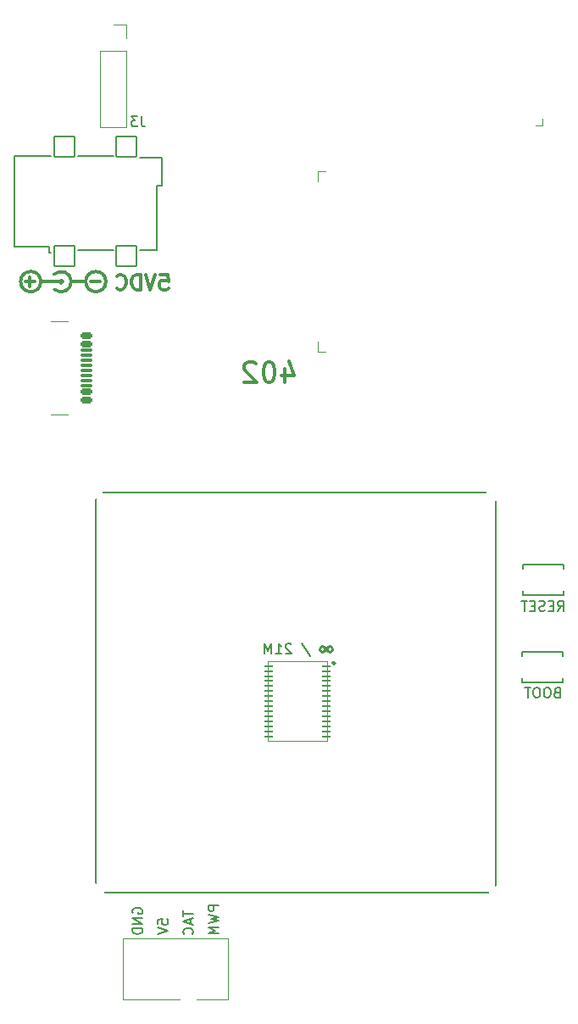
<source format=gbr>
%TF.GenerationSoftware,KiCad,Pcbnew,8.0.2*%
%TF.CreationDate,2024-06-10T16:23:20-04:00*%
%TF.ProjectId,bitaxeSupra,62697461-7865-4537-9570-72612e6b6963,rev?*%
%TF.SameCoordinates,Original*%
%TF.FileFunction,Legend,Bot*%
%TF.FilePolarity,Positive*%
%FSLAX46Y46*%
G04 Gerber Fmt 4.6, Leading zero omitted, Abs format (unit mm)*
G04 Created by KiCad (PCBNEW 8.0.2) date 2024-06-10 16:23:20*
%MOMM*%
%LPD*%
G01*
G04 APERTURE LIST*
G04 Aperture macros list*
%AMRoundRect*
0 Rectangle with rounded corners*
0 $1 Rounding radius*
0 $2 $3 $4 $5 $6 $7 $8 $9 X,Y pos of 4 corners*
0 Add a 4 corners polygon primitive as box body*
4,1,4,$2,$3,$4,$5,$6,$7,$8,$9,$2,$3,0*
0 Add four circle primitives for the rounded corners*
1,1,$1+$1,$2,$3*
1,1,$1+$1,$4,$5*
1,1,$1+$1,$6,$7*
1,1,$1+$1,$8,$9*
0 Add four rect primitives between the rounded corners*
20,1,$1+$1,$2,$3,$4,$5,0*
20,1,$1+$1,$4,$5,$6,$7,0*
20,1,$1+$1,$6,$7,$8,$9,0*
20,1,$1+$1,$8,$9,$2,$3,0*%
G04 Aperture macros list end*
%ADD10C,0.150000*%
%ADD11C,0.300000*%
%ADD12C,0.250000*%
%ADD13C,0.120000*%
%ADD14C,0.050000*%
%ADD15C,0.227485*%
%ADD16C,0.000000*%
%ADD17C,0.127000*%
%ADD18C,0.152400*%
%ADD19C,0.310000*%
%ADD20C,3.000000*%
%ADD21C,0.800000*%
%ADD22C,6.000000*%
%ADD23R,1.700000X1.700000*%
%ADD24O,1.700000X1.700000*%
%ADD25C,3.500000*%
%ADD26C,0.400000*%
%ADD27C,1.295400*%
%ADD28C,1.574800*%
%ADD29C,1.700000*%
%ADD30C,2.000000*%
%ADD31C,0.650000*%
%ADD32RoundRect,0.150000X0.425000X-0.150000X0.425000X0.150000X-0.425000X0.150000X-0.425000X-0.150000X0*%
%ADD33RoundRect,0.075000X0.500000X-0.075000X0.500000X0.075000X-0.500000X0.075000X-0.500000X-0.075000X0*%
%ADD34O,1.800000X1.000000*%
%ADD35O,2.100000X1.000000*%
%ADD36R,0.900000X1.500000*%
%ADD37R,1.500000X0.900000*%
%ADD38R,0.900000X0.900000*%
%ADD39C,0.990600*%
%ADD40C,0.787400*%
%ADD41RoundRect,0.055250X0.340750X0.055250X-0.340750X0.055250X-0.340750X-0.055250X0.340750X-0.055250X0*%
%ADD42C,1.600000*%
%ADD43C,1.800000*%
%ADD44RoundRect,0.102000X1.000000X-1.000000X1.000000X1.000000X-1.000000X1.000000X-1.000000X-1.000000X0*%
%ADD45R,0.900000X1.800000*%
G04 APERTURE END LIST*
D10*
X85450000Y-95700000D02*
X125430000Y-95700000D01*
X125430000Y-135690000D01*
X85450000Y-135690000D01*
X85450000Y-95700000D01*
X106006190Y-110747200D02*
X106863332Y-112032914D01*
X104958570Y-110890057D02*
X104910951Y-110842438D01*
X104910951Y-110842438D02*
X104815713Y-110794819D01*
X104815713Y-110794819D02*
X104577618Y-110794819D01*
X104577618Y-110794819D02*
X104482380Y-110842438D01*
X104482380Y-110842438D02*
X104434761Y-110890057D01*
X104434761Y-110890057D02*
X104387142Y-110985295D01*
X104387142Y-110985295D02*
X104387142Y-111080533D01*
X104387142Y-111080533D02*
X104434761Y-111223390D01*
X104434761Y-111223390D02*
X105006189Y-111794819D01*
X105006189Y-111794819D02*
X104387142Y-111794819D01*
X103434761Y-111794819D02*
X104006189Y-111794819D01*
X103720475Y-111794819D02*
X103720475Y-110794819D01*
X103720475Y-110794819D02*
X103815713Y-110937676D01*
X103815713Y-110937676D02*
X103910951Y-111032914D01*
X103910951Y-111032914D02*
X104006189Y-111080533D01*
X103006189Y-111794819D02*
X103006189Y-110794819D01*
X103006189Y-110794819D02*
X102672856Y-111509104D01*
X102672856Y-111509104D02*
X102339523Y-110794819D01*
X102339523Y-110794819D02*
X102339523Y-111794819D01*
X91663819Y-138827523D02*
X91663819Y-138351333D01*
X91663819Y-138351333D02*
X92140009Y-138303714D01*
X92140009Y-138303714D02*
X92092390Y-138351333D01*
X92092390Y-138351333D02*
X92044771Y-138446571D01*
X92044771Y-138446571D02*
X92044771Y-138684666D01*
X92044771Y-138684666D02*
X92092390Y-138779904D01*
X92092390Y-138779904D02*
X92140009Y-138827523D01*
X92140009Y-138827523D02*
X92235247Y-138875142D01*
X92235247Y-138875142D02*
X92473342Y-138875142D01*
X92473342Y-138875142D02*
X92568580Y-138827523D01*
X92568580Y-138827523D02*
X92616200Y-138779904D01*
X92616200Y-138779904D02*
X92663819Y-138684666D01*
X92663819Y-138684666D02*
X92663819Y-138446571D01*
X92663819Y-138446571D02*
X92616200Y-138351333D01*
X92616200Y-138351333D02*
X92568580Y-138303714D01*
X91663819Y-139160857D02*
X92663819Y-139494190D01*
X92663819Y-139494190D02*
X91663819Y-139827523D01*
D11*
X91911203Y-73930828D02*
X92625489Y-73930828D01*
X92625489Y-73930828D02*
X92696917Y-74645114D01*
X92696917Y-74645114D02*
X92625489Y-74573685D01*
X92625489Y-74573685D02*
X92482632Y-74502257D01*
X92482632Y-74502257D02*
X92125489Y-74502257D01*
X92125489Y-74502257D02*
X91982632Y-74573685D01*
X91982632Y-74573685D02*
X91911203Y-74645114D01*
X91911203Y-74645114D02*
X91839774Y-74787971D01*
X91839774Y-74787971D02*
X91839774Y-75145114D01*
X91839774Y-75145114D02*
X91911203Y-75287971D01*
X91911203Y-75287971D02*
X91982632Y-75359400D01*
X91982632Y-75359400D02*
X92125489Y-75430828D01*
X92125489Y-75430828D02*
X92482632Y-75430828D01*
X92482632Y-75430828D02*
X92625489Y-75359400D01*
X92625489Y-75359400D02*
X92696917Y-75287971D01*
X91411203Y-73930828D02*
X90911203Y-75430828D01*
X90911203Y-75430828D02*
X90411203Y-73930828D01*
X89911204Y-75430828D02*
X89911204Y-73930828D01*
X89911204Y-73930828D02*
X89554061Y-73930828D01*
X89554061Y-73930828D02*
X89339775Y-74002257D01*
X89339775Y-74002257D02*
X89196918Y-74145114D01*
X89196918Y-74145114D02*
X89125489Y-74287971D01*
X89125489Y-74287971D02*
X89054061Y-74573685D01*
X89054061Y-74573685D02*
X89054061Y-74787971D01*
X89054061Y-74787971D02*
X89125489Y-75073685D01*
X89125489Y-75073685D02*
X89196918Y-75216542D01*
X89196918Y-75216542D02*
X89339775Y-75359400D01*
X89339775Y-75359400D02*
X89554061Y-75430828D01*
X89554061Y-75430828D02*
X89911204Y-75430828D01*
X87554061Y-75287971D02*
X87625489Y-75359400D01*
X87625489Y-75359400D02*
X87839775Y-75430828D01*
X87839775Y-75430828D02*
X87982632Y-75430828D01*
X87982632Y-75430828D02*
X88196918Y-75359400D01*
X88196918Y-75359400D02*
X88339775Y-75216542D01*
X88339775Y-75216542D02*
X88411204Y-75073685D01*
X88411204Y-75073685D02*
X88482632Y-74787971D01*
X88482632Y-74787971D02*
X88482632Y-74573685D01*
X88482632Y-74573685D02*
X88411204Y-74287971D01*
X88411204Y-74287971D02*
X88339775Y-74145114D01*
X88339775Y-74145114D02*
X88196918Y-74002257D01*
X88196918Y-74002257D02*
X87982632Y-73930828D01*
X87982632Y-73930828D02*
X87839775Y-73930828D01*
X87839775Y-73930828D02*
X87625489Y-74002257D01*
X87625489Y-74002257D02*
X87554061Y-74073685D01*
X104299298Y-83346304D02*
X104299298Y-84679638D01*
X104775489Y-82584400D02*
X105251679Y-84012971D01*
X105251679Y-84012971D02*
X104013584Y-84012971D01*
X102870727Y-82679638D02*
X102680250Y-82679638D01*
X102680250Y-82679638D02*
X102489774Y-82774876D01*
X102489774Y-82774876D02*
X102394536Y-82870114D01*
X102394536Y-82870114D02*
X102299298Y-83060590D01*
X102299298Y-83060590D02*
X102204060Y-83441542D01*
X102204060Y-83441542D02*
X102204060Y-83917733D01*
X102204060Y-83917733D02*
X102299298Y-84298685D01*
X102299298Y-84298685D02*
X102394536Y-84489161D01*
X102394536Y-84489161D02*
X102489774Y-84584400D01*
X102489774Y-84584400D02*
X102680250Y-84679638D01*
X102680250Y-84679638D02*
X102870727Y-84679638D01*
X102870727Y-84679638D02*
X103061203Y-84584400D01*
X103061203Y-84584400D02*
X103156441Y-84489161D01*
X103156441Y-84489161D02*
X103251679Y-84298685D01*
X103251679Y-84298685D02*
X103346917Y-83917733D01*
X103346917Y-83917733D02*
X103346917Y-83441542D01*
X103346917Y-83441542D02*
X103251679Y-83060590D01*
X103251679Y-83060590D02*
X103156441Y-82870114D01*
X103156441Y-82870114D02*
X103061203Y-82774876D01*
X103061203Y-82774876D02*
X102870727Y-82679638D01*
X101442155Y-82870114D02*
X101346917Y-82774876D01*
X101346917Y-82774876D02*
X101156441Y-82679638D01*
X101156441Y-82679638D02*
X100680250Y-82679638D01*
X100680250Y-82679638D02*
X100489774Y-82774876D01*
X100489774Y-82774876D02*
X100394536Y-82870114D01*
X100394536Y-82870114D02*
X100299298Y-83060590D01*
X100299298Y-83060590D02*
X100299298Y-83251066D01*
X100299298Y-83251066D02*
X100394536Y-83536780D01*
X100394536Y-83536780D02*
X101537393Y-84679638D01*
X101537393Y-84679638D02*
X100299298Y-84679638D01*
D10*
X97719819Y-136958238D02*
X96719819Y-136958238D01*
X96719819Y-136958238D02*
X96719819Y-137339190D01*
X96719819Y-137339190D02*
X96767438Y-137434428D01*
X96767438Y-137434428D02*
X96815057Y-137482047D01*
X96815057Y-137482047D02*
X96910295Y-137529666D01*
X96910295Y-137529666D02*
X97053152Y-137529666D01*
X97053152Y-137529666D02*
X97148390Y-137482047D01*
X97148390Y-137482047D02*
X97196009Y-137434428D01*
X97196009Y-137434428D02*
X97243628Y-137339190D01*
X97243628Y-137339190D02*
X97243628Y-136958238D01*
X96719819Y-137863000D02*
X97719819Y-138101095D01*
X97719819Y-138101095D02*
X97005533Y-138291571D01*
X97005533Y-138291571D02*
X97719819Y-138482047D01*
X97719819Y-138482047D02*
X96719819Y-138720143D01*
X97719819Y-139101095D02*
X96719819Y-139101095D01*
X96719819Y-139101095D02*
X97434104Y-139434428D01*
X97434104Y-139434428D02*
X96719819Y-139767761D01*
X96719819Y-139767761D02*
X97719819Y-139767761D01*
D12*
X108259523Y-111149857D02*
X108069047Y-111054619D01*
X108069047Y-111054619D02*
X107878571Y-111149857D01*
X107878571Y-111149857D02*
X107783333Y-111340333D01*
X107783333Y-111340333D02*
X107878571Y-111530809D01*
X107878571Y-111530809D02*
X108069047Y-111626047D01*
X108069047Y-111626047D02*
X108259523Y-111530809D01*
X108259523Y-111530809D02*
X108640475Y-111149857D01*
X108640475Y-111149857D02*
X108830952Y-111054619D01*
X108830952Y-111054619D02*
X109021428Y-111149857D01*
X109021428Y-111149857D02*
X109116666Y-111340333D01*
X109116666Y-111340333D02*
X109021428Y-111530809D01*
X109021428Y-111530809D02*
X108830952Y-111626047D01*
X108830952Y-111626047D02*
X108640475Y-111530809D01*
X108640475Y-111530809D02*
X108259523Y-111149857D01*
D10*
X94187319Y-137482047D02*
X94187319Y-138053475D01*
X95187319Y-137767761D02*
X94187319Y-137767761D01*
X94901604Y-138339190D02*
X94901604Y-138815380D01*
X95187319Y-138243952D02*
X94187319Y-138577285D01*
X94187319Y-138577285D02*
X95187319Y-138910618D01*
X95092080Y-139815380D02*
X95139700Y-139767761D01*
X95139700Y-139767761D02*
X95187319Y-139624904D01*
X95187319Y-139624904D02*
X95187319Y-139529666D01*
X95187319Y-139529666D02*
X95139700Y-139386809D01*
X95139700Y-139386809D02*
X95044461Y-139291571D01*
X95044461Y-139291571D02*
X94949223Y-139243952D01*
X94949223Y-139243952D02*
X94758747Y-139196333D01*
X94758747Y-139196333D02*
X94615890Y-139196333D01*
X94615890Y-139196333D02*
X94425414Y-139243952D01*
X94425414Y-139243952D02*
X94330176Y-139291571D01*
X94330176Y-139291571D02*
X94234938Y-139386809D01*
X94234938Y-139386809D02*
X94187319Y-139529666D01*
X94187319Y-139529666D02*
X94187319Y-139624904D01*
X94187319Y-139624904D02*
X94234938Y-139767761D01*
X94234938Y-139767761D02*
X94282557Y-139815380D01*
X89169938Y-137720143D02*
X89122319Y-137624905D01*
X89122319Y-137624905D02*
X89122319Y-137482048D01*
X89122319Y-137482048D02*
X89169938Y-137339191D01*
X89169938Y-137339191D02*
X89265176Y-137243953D01*
X89265176Y-137243953D02*
X89360414Y-137196334D01*
X89360414Y-137196334D02*
X89550890Y-137148715D01*
X89550890Y-137148715D02*
X89693747Y-137148715D01*
X89693747Y-137148715D02*
X89884223Y-137196334D01*
X89884223Y-137196334D02*
X89979461Y-137243953D01*
X89979461Y-137243953D02*
X90074700Y-137339191D01*
X90074700Y-137339191D02*
X90122319Y-137482048D01*
X90122319Y-137482048D02*
X90122319Y-137577286D01*
X90122319Y-137577286D02*
X90074700Y-137720143D01*
X90074700Y-137720143D02*
X90027080Y-137767762D01*
X90027080Y-137767762D02*
X89693747Y-137767762D01*
X89693747Y-137767762D02*
X89693747Y-137577286D01*
X90122319Y-138196334D02*
X89122319Y-138196334D01*
X89122319Y-138196334D02*
X90122319Y-138767762D01*
X90122319Y-138767762D02*
X89122319Y-138767762D01*
X90122319Y-139243953D02*
X89122319Y-139243953D01*
X89122319Y-139243953D02*
X89122319Y-139482048D01*
X89122319Y-139482048D02*
X89169938Y-139624905D01*
X89169938Y-139624905D02*
X89265176Y-139720143D01*
X89265176Y-139720143D02*
X89360414Y-139767762D01*
X89360414Y-139767762D02*
X89550890Y-139815381D01*
X89550890Y-139815381D02*
X89693747Y-139815381D01*
X89693747Y-139815381D02*
X89884223Y-139767762D01*
X89884223Y-139767762D02*
X89979461Y-139720143D01*
X89979461Y-139720143D02*
X90074700Y-139624905D01*
X90074700Y-139624905D02*
X90122319Y-139482048D01*
X90122319Y-139482048D02*
X90122319Y-139243953D01*
X90013333Y-58134819D02*
X90013333Y-58849104D01*
X90013333Y-58849104D02*
X90060952Y-58991961D01*
X90060952Y-58991961D02*
X90156190Y-59087200D01*
X90156190Y-59087200D02*
X90299047Y-59134819D01*
X90299047Y-59134819D02*
X90394285Y-59134819D01*
X89632380Y-58134819D02*
X89013333Y-58134819D01*
X89013333Y-58134819D02*
X89346666Y-58515771D01*
X89346666Y-58515771D02*
X89203809Y-58515771D01*
X89203809Y-58515771D02*
X89108571Y-58563390D01*
X89108571Y-58563390D02*
X89060952Y-58611009D01*
X89060952Y-58611009D02*
X89013333Y-58706247D01*
X89013333Y-58706247D02*
X89013333Y-58944342D01*
X89013333Y-58944342D02*
X89060952Y-59039580D01*
X89060952Y-59039580D02*
X89108571Y-59087200D01*
X89108571Y-59087200D02*
X89203809Y-59134819D01*
X89203809Y-59134819D02*
X89489523Y-59134819D01*
X89489523Y-59134819D02*
X89584761Y-59087200D01*
X89584761Y-59087200D02*
X89632380Y-59039580D01*
X131608381Y-107530819D02*
X131941714Y-107054628D01*
X132179809Y-107530819D02*
X132179809Y-106530819D01*
X132179809Y-106530819D02*
X131798857Y-106530819D01*
X131798857Y-106530819D02*
X131703619Y-106578438D01*
X131703619Y-106578438D02*
X131656000Y-106626057D01*
X131656000Y-106626057D02*
X131608381Y-106721295D01*
X131608381Y-106721295D02*
X131608381Y-106864152D01*
X131608381Y-106864152D02*
X131656000Y-106959390D01*
X131656000Y-106959390D02*
X131703619Y-107007009D01*
X131703619Y-107007009D02*
X131798857Y-107054628D01*
X131798857Y-107054628D02*
X132179809Y-107054628D01*
X131179809Y-107007009D02*
X130846476Y-107007009D01*
X130703619Y-107530819D02*
X131179809Y-107530819D01*
X131179809Y-107530819D02*
X131179809Y-106530819D01*
X131179809Y-106530819D02*
X130703619Y-106530819D01*
X130322666Y-107483200D02*
X130179809Y-107530819D01*
X130179809Y-107530819D02*
X129941714Y-107530819D01*
X129941714Y-107530819D02*
X129846476Y-107483200D01*
X129846476Y-107483200D02*
X129798857Y-107435580D01*
X129798857Y-107435580D02*
X129751238Y-107340342D01*
X129751238Y-107340342D02*
X129751238Y-107245104D01*
X129751238Y-107245104D02*
X129798857Y-107149866D01*
X129798857Y-107149866D02*
X129846476Y-107102247D01*
X129846476Y-107102247D02*
X129941714Y-107054628D01*
X129941714Y-107054628D02*
X130132190Y-107007009D01*
X130132190Y-107007009D02*
X130227428Y-106959390D01*
X130227428Y-106959390D02*
X130275047Y-106911771D01*
X130275047Y-106911771D02*
X130322666Y-106816533D01*
X130322666Y-106816533D02*
X130322666Y-106721295D01*
X130322666Y-106721295D02*
X130275047Y-106626057D01*
X130275047Y-106626057D02*
X130227428Y-106578438D01*
X130227428Y-106578438D02*
X130132190Y-106530819D01*
X130132190Y-106530819D02*
X129894095Y-106530819D01*
X129894095Y-106530819D02*
X129751238Y-106578438D01*
X129322666Y-107007009D02*
X128989333Y-107007009D01*
X128846476Y-107530819D02*
X129322666Y-107530819D01*
X129322666Y-107530819D02*
X129322666Y-106530819D01*
X129322666Y-106530819D02*
X128846476Y-106530819D01*
X128560761Y-106530819D02*
X127989333Y-106530819D01*
X128275047Y-107530819D02*
X128275047Y-106530819D01*
D11*
X79364930Y-74636649D02*
X78412550Y-74636649D01*
X78888740Y-75112839D02*
X78888740Y-74160458D01*
X85874930Y-74626649D02*
X84922550Y-74626649D01*
D10*
X131514142Y-115659009D02*
X131371285Y-115706628D01*
X131371285Y-115706628D02*
X131323666Y-115754247D01*
X131323666Y-115754247D02*
X131276047Y-115849485D01*
X131276047Y-115849485D02*
X131276047Y-115992342D01*
X131276047Y-115992342D02*
X131323666Y-116087580D01*
X131323666Y-116087580D02*
X131371285Y-116135200D01*
X131371285Y-116135200D02*
X131466523Y-116182819D01*
X131466523Y-116182819D02*
X131847475Y-116182819D01*
X131847475Y-116182819D02*
X131847475Y-115182819D01*
X131847475Y-115182819D02*
X131514142Y-115182819D01*
X131514142Y-115182819D02*
X131418904Y-115230438D01*
X131418904Y-115230438D02*
X131371285Y-115278057D01*
X131371285Y-115278057D02*
X131323666Y-115373295D01*
X131323666Y-115373295D02*
X131323666Y-115468533D01*
X131323666Y-115468533D02*
X131371285Y-115563771D01*
X131371285Y-115563771D02*
X131418904Y-115611390D01*
X131418904Y-115611390D02*
X131514142Y-115659009D01*
X131514142Y-115659009D02*
X131847475Y-115659009D01*
X130656999Y-115182819D02*
X130466523Y-115182819D01*
X130466523Y-115182819D02*
X130371285Y-115230438D01*
X130371285Y-115230438D02*
X130276047Y-115325676D01*
X130276047Y-115325676D02*
X130228428Y-115516152D01*
X130228428Y-115516152D02*
X130228428Y-115849485D01*
X130228428Y-115849485D02*
X130276047Y-116039961D01*
X130276047Y-116039961D02*
X130371285Y-116135200D01*
X130371285Y-116135200D02*
X130466523Y-116182819D01*
X130466523Y-116182819D02*
X130656999Y-116182819D01*
X130656999Y-116182819D02*
X130752237Y-116135200D01*
X130752237Y-116135200D02*
X130847475Y-116039961D01*
X130847475Y-116039961D02*
X130895094Y-115849485D01*
X130895094Y-115849485D02*
X130895094Y-115516152D01*
X130895094Y-115516152D02*
X130847475Y-115325676D01*
X130847475Y-115325676D02*
X130752237Y-115230438D01*
X130752237Y-115230438D02*
X130656999Y-115182819D01*
X129609380Y-115182819D02*
X129418904Y-115182819D01*
X129418904Y-115182819D02*
X129323666Y-115230438D01*
X129323666Y-115230438D02*
X129228428Y-115325676D01*
X129228428Y-115325676D02*
X129180809Y-115516152D01*
X129180809Y-115516152D02*
X129180809Y-115849485D01*
X129180809Y-115849485D02*
X129228428Y-116039961D01*
X129228428Y-116039961D02*
X129323666Y-116135200D01*
X129323666Y-116135200D02*
X129418904Y-116182819D01*
X129418904Y-116182819D02*
X129609380Y-116182819D01*
X129609380Y-116182819D02*
X129704618Y-116135200D01*
X129704618Y-116135200D02*
X129799856Y-116039961D01*
X129799856Y-116039961D02*
X129847475Y-115849485D01*
X129847475Y-115849485D02*
X129847475Y-115516152D01*
X129847475Y-115516152D02*
X129799856Y-115325676D01*
X129799856Y-115325676D02*
X129704618Y-115230438D01*
X129704618Y-115230438D02*
X129609380Y-115182819D01*
X128895094Y-115182819D02*
X128323666Y-115182819D01*
X128609380Y-116182819D02*
X128609380Y-115182819D01*
D13*
%TO.C,J6*%
X88198600Y-140193000D02*
X98663400Y-140193000D01*
X88198600Y-146289000D02*
X88198600Y-140193000D01*
X93861825Y-146289000D02*
X88198600Y-146289000D01*
X98663400Y-140193000D02*
X98663400Y-146289000D01*
X98663400Y-146289000D02*
X95540175Y-146289000D01*
%TO.C,J3*%
X85875000Y-51562000D02*
X85875000Y-59242000D01*
X88535000Y-48962000D02*
X87205000Y-48962000D01*
X88535000Y-50292000D02*
X88535000Y-48962000D01*
X88535000Y-51562000D02*
X85875000Y-51562000D01*
X88535000Y-51562000D02*
X88535000Y-59242000D01*
X88535000Y-59242000D02*
X85875000Y-59242000D01*
%TO.C,J5*%
X80965000Y-78590000D02*
X82665000Y-78590000D01*
X80965000Y-87930000D02*
X82665000Y-87930000D01*
%TO.C,U4*%
X107680000Y-63610000D02*
X107680000Y-64610000D01*
X107680000Y-81610000D02*
X107680000Y-80610000D01*
X108430000Y-63610000D02*
X107680000Y-63610000D01*
X108430000Y-81610000D02*
X107680000Y-81610000D01*
%TO.C,J2*%
X129400000Y-59000000D02*
X130035000Y-59000000D01*
X130035000Y-59000000D02*
X130035000Y-58365000D01*
%TO.C,U8*%
D14*
X108610562Y-112546000D02*
X102610562Y-112546000D01*
X102610562Y-120546000D01*
X108610562Y-120546000D01*
X108610562Y-112546000D01*
D15*
X109344304Y-112746000D02*
G75*
G02*
X109116820Y-112746000I-113742J0D01*
G01*
X109116820Y-112746000D02*
G75*
G02*
X109344304Y-112746000I113742J0D01*
G01*
D16*
%TO.C,G\u002A\u002A\u002A*%
G36*
X118501554Y-95339509D02*
G01*
X118504814Y-95345777D01*
X118487663Y-95353401D01*
X118476632Y-95351897D01*
X118473772Y-95339509D01*
X118476826Y-95337016D01*
X118501554Y-95339509D01*
G37*
D17*
%TO.C,J1*%
X77330000Y-62120000D02*
X77330000Y-71120000D01*
X80830000Y-71120000D02*
X77330000Y-71120000D01*
X80830000Y-71120000D02*
X80830000Y-71720000D01*
X81010000Y-62120000D02*
X77330000Y-62120000D01*
X81010000Y-71720000D02*
X80830000Y-71720000D01*
X83650000Y-62120000D02*
X87210000Y-62120000D01*
X83650000Y-71470000D02*
X87210000Y-71470000D01*
X89850000Y-62220000D02*
X92030000Y-62220000D01*
X91530000Y-65070000D02*
X91530000Y-71470000D01*
X91530000Y-65070000D02*
X92030000Y-65070000D01*
X91530000Y-71470000D02*
X89850000Y-71470000D01*
X92030000Y-62220000D02*
X92030000Y-65070000D01*
D18*
%TO.C,SW1*%
X128154000Y-102924000D02*
X132218000Y-102924000D01*
X128154000Y-103353260D02*
X128154000Y-102924000D01*
X128154000Y-105972000D02*
X128154000Y-105542740D01*
X132218000Y-102924000D02*
X132218000Y-103353260D01*
X132218000Y-105542740D02*
X132218000Y-105972000D01*
X132218000Y-105972000D02*
X128154000Y-105972000D01*
D11*
%TO.C,U1*%
X81994918Y-74631416D02*
X79965083Y-74631416D01*
X83014188Y-74631416D02*
X84454917Y-74631416D01*
X81289918Y-73916416D02*
G75*
G02*
X81335887Y-75408739I709999J-724999D01*
G01*
X79965083Y-74631416D02*
G75*
G02*
X77949917Y-74631416I-1007583J0D01*
G01*
X77949917Y-74631416D02*
G75*
G02*
X79965083Y-74631416I1007583J0D01*
G01*
D19*
X82154918Y-74641416D02*
G75*
G02*
X81844918Y-74641416I-155000J0D01*
G01*
X81844918Y-74641416D02*
G75*
G02*
X82154918Y-74641416I155000J0D01*
G01*
D11*
X86470083Y-74631416D02*
G75*
G02*
X84454917Y-74631416I-1007583J0D01*
G01*
X84454917Y-74631416D02*
G75*
G02*
X86470083Y-74631416I1007583J0D01*
G01*
D18*
%TO.C,SW2*%
X128050000Y-111631000D02*
X132114000Y-111631000D01*
X128050000Y-112060260D02*
X128050000Y-111631000D01*
X128050000Y-114679000D02*
X128050000Y-114249740D01*
X132114000Y-111631000D02*
X132114000Y-112060260D01*
X132114000Y-114249740D02*
X132114000Y-114679000D01*
X132114000Y-114679000D02*
X128050000Y-114679000D01*
%TD*%
%LPC*%
D13*
%TO.C,U4*%
X133180000Y-81610000D02*
X133180000Y-63610000D01*
%TO.C,U8*%
X105320562Y-112746000D02*
X103540562Y-112746000D01*
X103540562Y-114616000D01*
X105320562Y-114616000D01*
X105320562Y-112746000D01*
G36*
X105320562Y-112746000D02*
G01*
X103540562Y-112746000D01*
X103540562Y-114616000D01*
X105320562Y-114616000D01*
X105320562Y-112746000D01*
G37*
X105320562Y-115206000D02*
X103520562Y-115206000D01*
X103520562Y-117566000D01*
X105320562Y-117566000D01*
X105320562Y-115206000D01*
G36*
X105320562Y-115206000D02*
G01*
X103520562Y-115206000D01*
X103520562Y-117566000D01*
X105320562Y-117566000D01*
X105320562Y-115206000D01*
G37*
X105340562Y-118016000D02*
X103540562Y-118016000D01*
X103540562Y-120376000D01*
X105340562Y-120376000D01*
X105340562Y-118016000D01*
G36*
X105340562Y-118016000D02*
G01*
X103540562Y-118016000D01*
X103540562Y-120376000D01*
X105340562Y-120376000D01*
X105340562Y-118016000D01*
G37*
X107690562Y-112746000D02*
X105910562Y-112746000D01*
X105910562Y-114626000D01*
X107690562Y-114626000D01*
X107690562Y-112746000D01*
G36*
X107690562Y-112746000D02*
G01*
X105910562Y-112746000D01*
X105910562Y-114626000D01*
X107690562Y-114626000D01*
X107690562Y-112746000D01*
G37*
X107690562Y-115196000D02*
X105890562Y-115196000D01*
X105890562Y-117556000D01*
X107690562Y-117556000D01*
X107690562Y-115196000D01*
G36*
X107690562Y-115196000D02*
G01*
X105890562Y-115196000D01*
X105890562Y-117556000D01*
X107690562Y-117556000D01*
X107690562Y-115196000D01*
G37*
X107690562Y-118016000D02*
X105890562Y-118016000D01*
X105890562Y-120376000D01*
X107690562Y-120376000D01*
X107690562Y-118016000D01*
G36*
X107690562Y-118016000D02*
G01*
X105890562Y-118016000D01*
X105890562Y-120376000D01*
X107690562Y-120376000D01*
X107690562Y-118016000D01*
G37*
D16*
%TO.C,G\u002A\u002A\u002A*%
G36*
X110835225Y-83669191D02*
G01*
X111225774Y-84059740D01*
X110840646Y-84445290D01*
X110743775Y-84541920D01*
X110649131Y-84635592D01*
X110567917Y-84715197D01*
X110504115Y-84776859D01*
X110461707Y-84816699D01*
X110444677Y-84830841D01*
X110429633Y-84818501D01*
X110388808Y-84780268D01*
X110326321Y-84719953D01*
X110246154Y-84641434D01*
X110152289Y-84548587D01*
X110048708Y-84445290D01*
X109663579Y-84059740D01*
X110054128Y-83669191D01*
X110444677Y-83278642D01*
X110835225Y-83669191D01*
G37*
G36*
X106952962Y-84218195D02*
G01*
X107012788Y-84384727D01*
X107130174Y-84656382D01*
X107260097Y-84893409D01*
X107401616Y-85094547D01*
X107553792Y-85258537D01*
X107715685Y-85384116D01*
X107886356Y-85470027D01*
X107916657Y-85479077D01*
X107996489Y-85494470D01*
X108098933Y-85507422D01*
X108211773Y-85516200D01*
X108448024Y-85528872D01*
X108633717Y-85851383D01*
X108687239Y-85945026D01*
X108740061Y-86039000D01*
X108781920Y-86115205D01*
X108809482Y-86167559D01*
X108819410Y-86189981D01*
X108812654Y-86193248D01*
X108772106Y-86198329D01*
X108701063Y-86202393D01*
X108606604Y-86205090D01*
X108495806Y-86206067D01*
X108172203Y-86206067D01*
X108178046Y-87763614D01*
X108179056Y-88029567D01*
X108180108Y-88286071D01*
X108181182Y-88506491D01*
X108182369Y-88693760D01*
X108183761Y-88850811D01*
X108185446Y-88980576D01*
X108187518Y-89085988D01*
X108190065Y-89169980D01*
X108193180Y-89235484D01*
X108196952Y-89285434D01*
X108201474Y-89322762D01*
X108206835Y-89350400D01*
X108213126Y-89371282D01*
X108220439Y-89388341D01*
X108228864Y-89404508D01*
X108261787Y-89457864D01*
X108349332Y-89557893D01*
X108450475Y-89629877D01*
X108508694Y-89659932D01*
X108417585Y-89713326D01*
X108319765Y-89792653D01*
X108242377Y-89900266D01*
X108195128Y-90023485D01*
X108193591Y-90033321D01*
X108189824Y-90086905D01*
X108186397Y-90179408D01*
X108183334Y-90308844D01*
X108180661Y-90473224D01*
X108178401Y-90670562D01*
X108176578Y-90898870D01*
X108175218Y-91156162D01*
X108174344Y-91440449D01*
X108173980Y-91749745D01*
X108173471Y-93386531D01*
X107742630Y-93787538D01*
X107311790Y-94188545D01*
X107277386Y-94097910D01*
X107247290Y-94032073D01*
X107177868Y-93916154D01*
X107082976Y-93783702D01*
X106967059Y-93640128D01*
X106834561Y-93490847D01*
X106689927Y-93341272D01*
X106537600Y-93196816D01*
X106483754Y-93146978D01*
X106402109Y-93067371D01*
X106327474Y-92990122D01*
X106262576Y-92918696D01*
X106210143Y-92856560D01*
X106172904Y-92807181D01*
X106153586Y-92774024D01*
X106154918Y-92760556D01*
X106179628Y-92770243D01*
X106230444Y-92806551D01*
X106299366Y-92857410D01*
X106369454Y-92896819D01*
X106436950Y-92916253D01*
X106516137Y-92921454D01*
X106532152Y-92921097D01*
X106642284Y-92901731D01*
X106745371Y-92857661D01*
X106824867Y-92795630D01*
X106826684Y-92793536D01*
X106833773Y-92782700D01*
X106839814Y-92766544D01*
X106844873Y-92742039D01*
X106849018Y-92706155D01*
X106852314Y-92655863D01*
X106854829Y-92588133D01*
X106856628Y-92499937D01*
X106857778Y-92388244D01*
X106858346Y-92250025D01*
X106858398Y-92082251D01*
X106858000Y-91881892D01*
X106857219Y-91645920D01*
X106856122Y-91371304D01*
X106850337Y-89987937D01*
X106790861Y-89886750D01*
X106733692Y-89809469D01*
X106627929Y-89721251D01*
X106524473Y-89656939D01*
X106595168Y-89620671D01*
X106660367Y-89577358D01*
X106737556Y-89503287D01*
X106800898Y-89418954D01*
X106838416Y-89338263D01*
X106840403Y-89327806D01*
X106845101Y-89272011D01*
X106849184Y-89174805D01*
X106852651Y-89036374D01*
X106855498Y-88856905D01*
X106857723Y-88636583D01*
X106859323Y-88375593D01*
X106860296Y-88074124D01*
X106860639Y-87732359D01*
X106860755Y-86206067D01*
X106708307Y-86206067D01*
X106555859Y-86206067D01*
X106282673Y-85867470D01*
X106009487Y-85528872D01*
X106435121Y-85523240D01*
X106860755Y-85517608D01*
X106861024Y-84731444D01*
X106861292Y-83945279D01*
X106952962Y-84218195D01*
G37*
G36*
X110875684Y-85508401D02*
G01*
X110901173Y-85546235D01*
X110945271Y-85612062D01*
X111005209Y-85701741D01*
X111078222Y-85811131D01*
X111161542Y-85936090D01*
X111252402Y-86072478D01*
X111628268Y-86636921D01*
X111578013Y-86701135D01*
X111533263Y-86747758D01*
X111443903Y-86815237D01*
X111334780Y-86877924D01*
X111218190Y-86928062D01*
X111111453Y-86965971D01*
X111111453Y-88107771D01*
X111111446Y-88275760D01*
X111111559Y-88507622D01*
X111112114Y-88703489D01*
X111113445Y-88866832D01*
X111115885Y-89001120D01*
X111119767Y-89109823D01*
X111125425Y-89196412D01*
X111133192Y-89264355D01*
X111143400Y-89317123D01*
X111156384Y-89358185D01*
X111172477Y-89391011D01*
X111192011Y-89419071D01*
X111215321Y-89445835D01*
X111242739Y-89474772D01*
X111256864Y-89488805D01*
X111322178Y-89541654D01*
X111387734Y-89580913D01*
X111466066Y-89616790D01*
X111381498Y-89654924D01*
X111375494Y-89657712D01*
X111281872Y-89720387D01*
X111198671Y-89808646D01*
X111140101Y-89907615D01*
X111138050Y-89913353D01*
X111132956Y-89936914D01*
X111128511Y-89974168D01*
X111124674Y-90027659D01*
X111121401Y-90099929D01*
X111118649Y-90193524D01*
X111116374Y-90310985D01*
X111114534Y-90454858D01*
X111113085Y-90627686D01*
X111111983Y-90832012D01*
X111111187Y-91070380D01*
X111110652Y-91345334D01*
X111110335Y-91659417D01*
X111109217Y-93342654D01*
X110688391Y-93742728D01*
X110674494Y-93755934D01*
X110565705Y-93858938D01*
X110467267Y-93951493D01*
X110383136Y-94029930D01*
X110317265Y-94090579D01*
X110273609Y-94129771D01*
X110256123Y-94143836D01*
X110253726Y-94142893D01*
X110237968Y-94118544D01*
X110218096Y-94071351D01*
X110201334Y-94030446D01*
X110153397Y-93941437D01*
X110083781Y-93838666D01*
X109990413Y-93719559D01*
X109871219Y-93581541D01*
X109724123Y-93422036D01*
X109547051Y-93238470D01*
X109543132Y-93234475D01*
X109396872Y-93084228D01*
X109277197Y-92958886D01*
X109184596Y-92859026D01*
X109119552Y-92785223D01*
X109082554Y-92738053D01*
X109074086Y-92718092D01*
X109094636Y-92725916D01*
X109144690Y-92762100D01*
X109161332Y-92775007D01*
X109222126Y-92820072D01*
X109267670Y-92847117D01*
X109311821Y-92863145D01*
X109368432Y-92875156D01*
X109424247Y-92880245D01*
X109532354Y-92868158D01*
X109635541Y-92832791D01*
X109716601Y-92778902D01*
X109777901Y-92720173D01*
X109777784Y-91364474D01*
X109777450Y-91061641D01*
X109776407Y-90777058D01*
X109774652Y-90533703D01*
X109772182Y-90331350D01*
X109768993Y-90169770D01*
X109765081Y-90048738D01*
X109760444Y-89968026D01*
X109755076Y-89927406D01*
X109729641Y-89873164D01*
X109684106Y-89807892D01*
X109627056Y-89741021D01*
X109567001Y-89681715D01*
X109512452Y-89639140D01*
X109471918Y-89622460D01*
X109461738Y-89621456D01*
X109460241Y-89611288D01*
X109496605Y-89588775D01*
X109590651Y-89524440D01*
X109677420Y-89436473D01*
X109738314Y-89341998D01*
X109739156Y-89340168D01*
X109746794Y-89321373D01*
X109753334Y-89298885D01*
X109758862Y-89269539D01*
X109763465Y-89230169D01*
X109767229Y-89177612D01*
X109770239Y-89108701D01*
X109772582Y-89020272D01*
X109774344Y-88909160D01*
X109775610Y-88772200D01*
X109776467Y-88606226D01*
X109777001Y-88408073D01*
X109777298Y-88174578D01*
X109777443Y-87902574D01*
X109777901Y-86546497D01*
X109723429Y-86517344D01*
X109717003Y-86513566D01*
X109670874Y-86477206D01*
X109611948Y-86421367D01*
X109551012Y-86357292D01*
X109498855Y-86296221D01*
X109466268Y-86249396D01*
X109462396Y-86239552D01*
X109467939Y-86227474D01*
X109494743Y-86220368D01*
X109549610Y-86216913D01*
X109639339Y-86215787D01*
X109644743Y-86215764D01*
X109745420Y-86213103D01*
X109821565Y-86204306D01*
X109889472Y-86186406D01*
X109965431Y-86156439D01*
X110083913Y-86098122D01*
X110261573Y-85989272D01*
X110451696Y-85850389D01*
X110649303Y-85684906D01*
X110675153Y-85662002D01*
X110750198Y-85596617D01*
X110811604Y-85544759D01*
X110853607Y-85511228D01*
X110870442Y-85500822D01*
X110875684Y-85508401D01*
G37*
G36*
X94321726Y-88203688D02*
G01*
X94327450Y-89345307D01*
X94390708Y-89447836D01*
X94449755Y-89524977D01*
X94562645Y-89615543D01*
X94671323Y-89680721D01*
X94606011Y-89707774D01*
X94543402Y-89739855D01*
X94442182Y-89826730D01*
X94366349Y-89945412D01*
X94317438Y-90050447D01*
X94317235Y-91492995D01*
X94317031Y-92935544D01*
X94374332Y-92949316D01*
X94504813Y-92999651D01*
X94623731Y-93085425D01*
X94720321Y-93199404D01*
X94789662Y-93335721D01*
X94826830Y-93488511D01*
X94839564Y-93592695D01*
X94798954Y-93519767D01*
X94767864Y-93468659D01*
X94696223Y-93385706D01*
X94612548Y-93336540D01*
X94509179Y-93315767D01*
X94396328Y-93317778D01*
X94279739Y-93339423D01*
X94277012Y-93340249D01*
X94230067Y-93356189D01*
X94151537Y-93384567D01*
X94045832Y-93423686D01*
X93917364Y-93471846D01*
X93770541Y-93527347D01*
X93609773Y-93588491D01*
X93439472Y-93653579D01*
X93264047Y-93720910D01*
X93087908Y-93788787D01*
X92915465Y-93855510D01*
X92751128Y-93919380D01*
X92599308Y-93978697D01*
X92464414Y-94031763D01*
X92350857Y-94076879D01*
X92263046Y-94112345D01*
X92205393Y-94136462D01*
X92182306Y-94147531D01*
X92156950Y-94162429D01*
X92123410Y-94161789D01*
X92108335Y-94137849D01*
X92107708Y-94130648D01*
X92092011Y-94080784D01*
X92058316Y-94005401D01*
X92010789Y-93911903D01*
X91953592Y-93807696D01*
X91890888Y-93700184D01*
X91826843Y-93596772D01*
X91765618Y-93504865D01*
X91711378Y-93431868D01*
X91633746Y-93341345D01*
X91428675Y-93144290D01*
X91199837Y-92976294D01*
X90952588Y-92840495D01*
X90692285Y-92740029D01*
X90424283Y-92678034D01*
X90264283Y-92653320D01*
X90251592Y-91883221D01*
X90250405Y-91812732D01*
X90246370Y-91603183D01*
X90241813Y-91429431D01*
X90236204Y-91286956D01*
X90229012Y-91171235D01*
X90219709Y-91077750D01*
X90207764Y-91001978D01*
X90192648Y-90939400D01*
X90173831Y-90885494D01*
X90150784Y-90835740D01*
X90122975Y-90785617D01*
X90120847Y-90782042D01*
X90055158Y-90699440D01*
X89968535Y-90624924D01*
X89878803Y-90573944D01*
X89873811Y-90570360D01*
X89893019Y-90568784D01*
X89941313Y-90573315D01*
X90042375Y-90597494D01*
X90160102Y-90644707D01*
X90275032Y-90706919D01*
X90371015Y-90776491D01*
X90398820Y-90803695D01*
X90454315Y-90864996D01*
X90523987Y-90947126D01*
X90601656Y-91042752D01*
X90681141Y-91144537D01*
X90734840Y-91213508D01*
X90818912Y-91317242D01*
X90899591Y-91412229D01*
X90969785Y-91490190D01*
X91022398Y-91542845D01*
X91062638Y-91577211D01*
X91215232Y-91682141D01*
X91381116Y-91762486D01*
X91549910Y-91813887D01*
X91711234Y-91831990D01*
X91805458Y-91831990D01*
X91727919Y-91884679D01*
X91726511Y-91885637D01*
X91680191Y-91919536D01*
X91644507Y-91954123D01*
X91617967Y-91995254D01*
X91599082Y-92048782D01*
X91586361Y-92120563D01*
X91578314Y-92216452D01*
X91573451Y-92342305D01*
X91570280Y-92503975D01*
X91570271Y-92504579D01*
X91568454Y-92654882D01*
X91568425Y-92767967D01*
X91570389Y-92848244D01*
X91574549Y-92900125D01*
X91581111Y-92928019D01*
X91590277Y-92936337D01*
X91591076Y-92936279D01*
X91620124Y-92927830D01*
X91682001Y-92906515D01*
X91771195Y-92874430D01*
X91882191Y-92833666D01*
X92009476Y-92786318D01*
X92147538Y-92734478D01*
X92290864Y-92680241D01*
X92433940Y-92625699D01*
X92571254Y-92572945D01*
X92697292Y-92524073D01*
X92806541Y-92481175D01*
X92893488Y-92446347D01*
X92952621Y-92421679D01*
X92978425Y-92409267D01*
X92980554Y-92406582D01*
X92985763Y-92388149D01*
X92990120Y-92351420D01*
X92993668Y-92293796D01*
X92996447Y-92212681D01*
X92998497Y-92105477D01*
X92999861Y-91969587D01*
X93000578Y-91802416D01*
X93000690Y-91601364D01*
X93000238Y-91363836D01*
X92999262Y-91087234D01*
X92993897Y-89785247D01*
X92845552Y-89747576D01*
X92795197Y-89733623D01*
X92584188Y-89650458D01*
X92373511Y-89528486D01*
X92166508Y-89369879D01*
X91966522Y-89176806D01*
X91954304Y-89163562D01*
X91894802Y-89097043D01*
X91816697Y-89007551D01*
X91726200Y-88902295D01*
X91629520Y-88788485D01*
X91532865Y-88673329D01*
X91411974Y-88529984D01*
X91249584Y-88344170D01*
X91104594Y-88187826D01*
X90973619Y-88057822D01*
X90853274Y-87951029D01*
X90740175Y-87864315D01*
X90630938Y-87794552D01*
X90522177Y-87738608D01*
X90514875Y-87735308D01*
X90404294Y-87692014D01*
X90286919Y-87656257D01*
X90177336Y-87631939D01*
X90090130Y-87622966D01*
X90018498Y-87622966D01*
X90056588Y-87597653D01*
X91567307Y-87597653D01*
X91567708Y-87650108D01*
X91576720Y-87862890D01*
X91599702Y-88047668D01*
X91639589Y-88214539D01*
X91699311Y-88373600D01*
X91781803Y-88534948D01*
X91889995Y-88708680D01*
X91917006Y-88748242D01*
X92050892Y-88921724D01*
X92203075Y-89088150D01*
X92366516Y-89241311D01*
X92534179Y-89374999D01*
X92699026Y-89483007D01*
X92854021Y-89559125D01*
X92900901Y-89576869D01*
X92955065Y-89595307D01*
X92984250Y-89602457D01*
X92987222Y-89592193D01*
X92991070Y-89543051D01*
X92994468Y-89454586D01*
X92997396Y-89328175D01*
X92999836Y-89165195D01*
X93001767Y-88967024D01*
X93003170Y-88735040D01*
X93004026Y-88470619D01*
X93004316Y-88175140D01*
X93004259Y-88026074D01*
X93003937Y-87793751D01*
X93003352Y-87576138D01*
X93002527Y-87376604D01*
X93001489Y-87198520D01*
X93000260Y-87045257D01*
X92998866Y-86920185D01*
X92997331Y-86826675D01*
X92995680Y-86768097D01*
X92993937Y-86747822D01*
X92991503Y-86748422D01*
X92959821Y-86759684D01*
X92896275Y-86783599D01*
X92806237Y-86818064D01*
X92695077Y-86860979D01*
X92568166Y-86910239D01*
X92430874Y-86963742D01*
X92288571Y-87019386D01*
X92146628Y-87075069D01*
X92010417Y-87128688D01*
X91885306Y-87178140D01*
X91776668Y-87221323D01*
X91689872Y-87256135D01*
X91630289Y-87280473D01*
X91603290Y-87292234D01*
X91594124Y-87298428D01*
X91582050Y-87315882D01*
X91574136Y-87347708D01*
X91569576Y-87400731D01*
X91567568Y-87481772D01*
X91567307Y-87597653D01*
X90056588Y-87597653D01*
X90089298Y-87575915D01*
X90109228Y-87560563D01*
X90163325Y-87502836D01*
X90206982Y-87436061D01*
X90217845Y-87413574D01*
X90233814Y-87371933D01*
X90244274Y-87324765D01*
X90250353Y-87263036D01*
X90253174Y-87177714D01*
X90253865Y-87059764D01*
X90253865Y-86776270D01*
X90143230Y-86741395D01*
X90058403Y-86706242D01*
X89939051Y-86622638D01*
X89843108Y-86510508D01*
X89775444Y-86376095D01*
X89740927Y-86225641D01*
X89729100Y-86112301D01*
X89775716Y-86202561D01*
X89838802Y-86289077D01*
X89932429Y-86361967D01*
X90039340Y-86403558D01*
X90070304Y-86406574D01*
X90146405Y-86401553D01*
X90233759Y-86384628D01*
X90243350Y-86381914D01*
X90296052Y-86364473D01*
X90379854Y-86334744D01*
X90490374Y-86294407D01*
X90623228Y-86245146D01*
X90774034Y-86188642D01*
X90938409Y-86126576D01*
X91111969Y-86060630D01*
X91290333Y-85992487D01*
X91469118Y-85923827D01*
X91643940Y-85856333D01*
X91810416Y-85791686D01*
X91964165Y-85731569D01*
X92100803Y-85677662D01*
X92215947Y-85631648D01*
X92305215Y-85595208D01*
X92364223Y-85570025D01*
X92388590Y-85557779D01*
X92414471Y-85541528D01*
X92448806Y-85549415D01*
X92472066Y-85595165D01*
X92475889Y-85607757D01*
X92497208Y-85662159D01*
X92530356Y-85736720D01*
X92569968Y-85819160D01*
X92595756Y-85869606D01*
X92758633Y-86140535D01*
X92945653Y-86377530D01*
X93156687Y-86580498D01*
X93391607Y-86749341D01*
X93650281Y-86883965D01*
X93932582Y-86984274D01*
X94238379Y-87050172D01*
X94316002Y-87062069D01*
X94321583Y-88175140D01*
X94321726Y-88203688D01*
G37*
G36*
X105245907Y-92057041D02*
G01*
X105245907Y-92917613D01*
X105370928Y-92967812D01*
X105430008Y-92995089D01*
X105554364Y-93083226D01*
X105649593Y-93200838D01*
X105714408Y-93346505D01*
X105734620Y-93417897D01*
X105750000Y-93484787D01*
X105755573Y-93527171D01*
X105753328Y-93550543D01*
X105743744Y-93547509D01*
X105721785Y-93509348D01*
X105693905Y-93462287D01*
X105611304Y-93368746D01*
X105512841Y-93310573D01*
X105402588Y-93290562D01*
X105354520Y-93295517D01*
X105280084Y-93309868D01*
X105198761Y-93330325D01*
X105196858Y-93330871D01*
X105147588Y-93346997D01*
X105066904Y-93375570D01*
X104959208Y-93414896D01*
X104828901Y-93463281D01*
X104680384Y-93519031D01*
X104518060Y-93580452D01*
X104346329Y-93645850D01*
X104169594Y-93713530D01*
X103992255Y-93781799D01*
X103818714Y-93848961D01*
X103653373Y-93913324D01*
X103500633Y-93973193D01*
X103364896Y-94026874D01*
X103250563Y-94072673D01*
X103162036Y-94108895D01*
X103103716Y-94133846D01*
X103080005Y-94145833D01*
X103066191Y-94157840D01*
X103049936Y-94160477D01*
X103033194Y-94141356D01*
X103011533Y-94094620D01*
X102980518Y-94014414D01*
X102957215Y-93956363D01*
X102865871Y-93771175D01*
X102749948Y-93583181D01*
X102617823Y-93406421D01*
X102498437Y-93261820D01*
X102054938Y-93718972D01*
X102010996Y-93764104D01*
X101902447Y-93874102D01*
X101806275Y-93969421D01*
X101725747Y-94046955D01*
X101664126Y-94103597D01*
X101624678Y-94136240D01*
X101610667Y-94141776D01*
X101610188Y-94135996D01*
X101594021Y-94084945D01*
X101558675Y-94011146D01*
X101509185Y-93923607D01*
X101450586Y-93831333D01*
X101387913Y-93743331D01*
X101356524Y-93704912D01*
X101294815Y-93634712D01*
X101213091Y-93545222D01*
X101116602Y-93442104D01*
X101010600Y-93331021D01*
X100900335Y-93217634D01*
X100861484Y-93178017D01*
X100728732Y-93041405D01*
X100625077Y-92932341D01*
X100549720Y-92849813D01*
X100501860Y-92792811D01*
X100480696Y-92760325D01*
X100485428Y-92751343D01*
X100515255Y-92764856D01*
X100569376Y-92799853D01*
X100621986Y-92833797D01*
X100684304Y-92868648D01*
X100728345Y-92887115D01*
X100754000Y-92891983D01*
X100854280Y-92890795D01*
X100963060Y-92865032D01*
X101063798Y-92818099D01*
X101161904Y-92757447D01*
X101167267Y-91417164D01*
X101167527Y-91347696D01*
X101168186Y-91059654D01*
X101168058Y-90802734D01*
X101167160Y-90578444D01*
X101165509Y-90388289D01*
X101163121Y-90233776D01*
X101160012Y-90116412D01*
X101156200Y-90037703D01*
X101151701Y-89999156D01*
X101146978Y-89983090D01*
X101093056Y-89872002D01*
X101011135Y-89775451D01*
X100912147Y-89706778D01*
X100814920Y-89659712D01*
X100895809Y-89623496D01*
X100952938Y-89589809D01*
X101035424Y-89515822D01*
X101065003Y-89477437D01*
X102485038Y-89477437D01*
X102485038Y-91206887D01*
X102485101Y-91363235D01*
X102485493Y-91620762D01*
X102486217Y-91864144D01*
X102487246Y-92090323D01*
X102488553Y-92296239D01*
X102490109Y-92478834D01*
X102491887Y-92635049D01*
X102493859Y-92761825D01*
X102495998Y-92856105D01*
X102498276Y-92914828D01*
X102500665Y-92934936D01*
X102519082Y-92928771D01*
X102572479Y-92909080D01*
X102656175Y-92877532D01*
X102765668Y-92835843D01*
X102896456Y-92785727D01*
X103044036Y-92728899D01*
X103203906Y-92667074D01*
X103891518Y-92400612D01*
X103896970Y-91570235D01*
X103898110Y-91398476D01*
X103899062Y-91211383D01*
X103898896Y-91057340D01*
X103897027Y-90931497D01*
X103892866Y-90829007D01*
X103885829Y-90745021D01*
X103875328Y-90674692D01*
X103860777Y-90613171D01*
X103841589Y-90555610D01*
X103817178Y-90497162D01*
X103786957Y-90432977D01*
X103750340Y-90358209D01*
X103710480Y-90281669D01*
X103588173Y-90089899D01*
X103445758Y-89917878D01*
X103287874Y-89769139D01*
X103119161Y-89647217D01*
X102944256Y-89555645D01*
X102767800Y-89497956D01*
X102594431Y-89477684D01*
X102485038Y-89477437D01*
X101065003Y-89477437D01*
X101104781Y-89425817D01*
X101148140Y-89334529D01*
X101150874Y-89322142D01*
X101156156Y-89274719D01*
X101160633Y-89197578D01*
X101164335Y-89089011D01*
X101167294Y-88947312D01*
X101169541Y-88770773D01*
X101171107Y-88557687D01*
X101172024Y-88306346D01*
X101172322Y-88015043D01*
X101172322Y-86776270D01*
X101061688Y-86741395D01*
X100976861Y-86706242D01*
X100857509Y-86622638D01*
X100761566Y-86510508D01*
X100693901Y-86376095D01*
X100659385Y-86225641D01*
X100647558Y-86112301D01*
X100694174Y-86202561D01*
X100757393Y-86289208D01*
X100850913Y-86361994D01*
X100957591Y-86403513D01*
X100983192Y-86406375D01*
X101061203Y-86401151D01*
X101155540Y-86381207D01*
X101170133Y-86376746D01*
X101228147Y-86356820D01*
X101318109Y-86324409D01*
X101435294Y-86281315D01*
X101574974Y-86229342D01*
X101732423Y-86170292D01*
X101902914Y-86105966D01*
X102081721Y-86038168D01*
X102264115Y-85968700D01*
X102445372Y-85899364D01*
X102620763Y-85831963D01*
X102785563Y-85768298D01*
X102935043Y-85710173D01*
X103064479Y-85659390D01*
X103169142Y-85617751D01*
X103244306Y-85587059D01*
X103285245Y-85569115D01*
X103316302Y-85554335D01*
X103356014Y-85542142D01*
X103376900Y-85554798D01*
X103390524Y-85595165D01*
X103408235Y-85646507D01*
X103445078Y-85729953D01*
X103494694Y-85830182D01*
X103551983Y-85937350D01*
X103611849Y-86041616D01*
X103669192Y-86133138D01*
X103677407Y-86145375D01*
X103819863Y-86327650D01*
X103991568Y-86501823D01*
X104182778Y-86659787D01*
X104383750Y-86793439D01*
X104584739Y-86894673D01*
X104686352Y-86932559D01*
X104838590Y-86979085D01*
X105001368Y-87019755D01*
X105157351Y-87049874D01*
X105235489Y-87062262D01*
X105235832Y-87212384D01*
X105238365Y-87275518D01*
X105263321Y-87400449D01*
X105316628Y-87498900D01*
X105400372Y-87575467D01*
X105470856Y-87622966D01*
X105389637Y-87623274D01*
X105342452Y-87626378D01*
X105260955Y-87637788D01*
X105176626Y-87654651D01*
X105168801Y-87656518D01*
X105045374Y-87693013D01*
X104931246Y-87742438D01*
X104821443Y-87808680D01*
X104710993Y-87895628D01*
X104594922Y-88007171D01*
X104468254Y-88147195D01*
X104326018Y-88319590D01*
X104282507Y-88373427D01*
X104152540Y-88524765D01*
X104035793Y-88643604D01*
X103927727Y-88733388D01*
X103823802Y-88797564D01*
X103719480Y-88839575D01*
X103610222Y-88862866D01*
X103516457Y-88875353D01*
X103578967Y-88840531D01*
X103614314Y-88819059D01*
X103722445Y-88727057D01*
X103801212Y-88615712D01*
X103817538Y-88582297D01*
X103839986Y-88527551D01*
X103858492Y-88466967D01*
X103873521Y-88396066D01*
X103885538Y-88310368D01*
X103895008Y-88205395D01*
X103902396Y-88076666D01*
X103908168Y-87919703D01*
X103912789Y-87730026D01*
X103916722Y-87503155D01*
X103918938Y-87331049D01*
X103920220Y-87172141D01*
X103920579Y-87031738D01*
X103920037Y-86914473D01*
X103918615Y-86824977D01*
X103916334Y-86767883D01*
X103913217Y-86747822D01*
X103911509Y-86748169D01*
X103881561Y-86758513D01*
X103819409Y-86781673D01*
X103730439Y-86815544D01*
X103620033Y-86858017D01*
X103493574Y-86906988D01*
X103356446Y-86960350D01*
X103214031Y-87015995D01*
X103071713Y-87071817D01*
X102934875Y-87125710D01*
X102808900Y-87175568D01*
X102699172Y-87219283D01*
X102611073Y-87254749D01*
X102549987Y-87279860D01*
X102521297Y-87292509D01*
X102520880Y-87292735D01*
X102512403Y-87299608D01*
X102505397Y-87312441D01*
X102499752Y-87334805D01*
X102495353Y-87370271D01*
X102492090Y-87422410D01*
X102489848Y-87494794D01*
X102488517Y-87590994D01*
X102487983Y-87714581D01*
X102488134Y-87869126D01*
X102488858Y-88058200D01*
X102490041Y-88285376D01*
X102495456Y-89258651D01*
X102682987Y-89271588D01*
X102787792Y-89282177D01*
X102905062Y-89304056D01*
X103019997Y-89338459D01*
X103137092Y-89387853D01*
X103260844Y-89454704D01*
X103395750Y-89541480D01*
X103546306Y-89650647D01*
X103717009Y-89784672D01*
X103912355Y-89946021D01*
X104063378Y-90070861D01*
X104258942Y-90224002D01*
X104436714Y-90350755D01*
X104602421Y-90453993D01*
X104761789Y-90536591D01*
X104920541Y-90601423D01*
X105084404Y-90651362D01*
X105259103Y-90689283D01*
X105450363Y-90718060D01*
X105550635Y-90730584D01*
X105464210Y-90824345D01*
X105416622Y-90883718D01*
X105359239Y-90970458D01*
X105311846Y-91057287D01*
X105245907Y-91196469D01*
X105245907Y-91211383D01*
X105245907Y-92057041D01*
G37*
G36*
X96706501Y-85545981D02*
G01*
X96733746Y-85582419D01*
X96779421Y-85646962D01*
X96840714Y-85735534D01*
X96914811Y-85844058D01*
X96998900Y-85968457D01*
X97090168Y-86104653D01*
X97097526Y-86115680D01*
X97199815Y-86269346D01*
X97281048Y-86392518D01*
X97343387Y-86488969D01*
X97388996Y-86562474D01*
X97420041Y-86616805D01*
X97438685Y-86655736D01*
X97447092Y-86683040D01*
X97447426Y-86702490D01*
X97441852Y-86717861D01*
X97403760Y-86765286D01*
X97336242Y-86823661D01*
X97250643Y-86883879D01*
X97157364Y-86938652D01*
X97066802Y-86980692D01*
X96942462Y-87028906D01*
X96942462Y-88190661D01*
X96942504Y-88337706D01*
X96942711Y-88545010D01*
X96943077Y-88736786D01*
X96943586Y-88909299D01*
X96944219Y-89058812D01*
X96944961Y-89181593D01*
X96945795Y-89273905D01*
X96946704Y-89332013D01*
X96947671Y-89352183D01*
X96947698Y-89352180D01*
X96968225Y-89344530D01*
X97023120Y-89323347D01*
X97108047Y-89290323D01*
X97218668Y-89247151D01*
X97350647Y-89195523D01*
X97499647Y-89137132D01*
X97661330Y-89073671D01*
X98369779Y-88795393D01*
X98362012Y-87708027D01*
X98354244Y-86620662D01*
X98177209Y-86443627D01*
X98175209Y-86441626D01*
X98107799Y-86372952D01*
X98053813Y-86315646D01*
X98018693Y-86275644D01*
X98007881Y-86258886D01*
X98016822Y-86257395D01*
X98057030Y-86260608D01*
X98116841Y-86270096D01*
X98188347Y-86277931D01*
X98338102Y-86265427D01*
X98503088Y-86218008D01*
X98680623Y-86136997D01*
X98868029Y-86023716D01*
X99062626Y-85879484D01*
X99261732Y-85705624D01*
X99334897Y-85639603D01*
X99396864Y-85588785D01*
X99441359Y-85558013D01*
X99462319Y-85551933D01*
X99463756Y-85553759D01*
X99483075Y-85581451D01*
X99521185Y-85637535D01*
X99574657Y-85716869D01*
X99640060Y-85814309D01*
X99713966Y-85924713D01*
X99792943Y-86042938D01*
X99873563Y-86163841D01*
X99952394Y-86282279D01*
X100026007Y-86393110D01*
X100090971Y-86491190D01*
X100143858Y-86571378D01*
X100181237Y-86628529D01*
X100199677Y-86657502D01*
X100202687Y-86677535D01*
X100181029Y-86721509D01*
X100132175Y-86775372D01*
X100062480Y-86833989D01*
X99978298Y-86892226D01*
X99885982Y-86944948D01*
X99791888Y-86987021D01*
X99692913Y-87024362D01*
X99692913Y-88177971D01*
X99692913Y-88202922D01*
X99692989Y-88447975D01*
X99693264Y-88654867D01*
X99693841Y-88826811D01*
X99694822Y-88967021D01*
X99696308Y-89078709D01*
X99698400Y-89165087D01*
X99701201Y-89229369D01*
X99704811Y-89274768D01*
X99709332Y-89304496D01*
X99714866Y-89321766D01*
X99721514Y-89329790D01*
X99729377Y-89331783D01*
X99758104Y-89335512D01*
X99830765Y-89361581D01*
X99912972Y-89406164D01*
X99991721Y-89461696D01*
X100054008Y-89520613D01*
X100062167Y-89530468D01*
X100125193Y-89629410D01*
X100172661Y-89744429D01*
X100175591Y-89753963D01*
X100202672Y-89850092D01*
X100213384Y-89908414D01*
X100207608Y-89929456D01*
X100185224Y-89913747D01*
X100146112Y-89861816D01*
X100099776Y-89801503D01*
X100017517Y-89730768D01*
X99923233Y-89694737D01*
X99811097Y-89691652D01*
X99675283Y-89719754D01*
X99658101Y-89724970D01*
X99592826Y-89746835D01*
X99504354Y-89778285D01*
X99399613Y-89816671D01*
X99285531Y-89859345D01*
X99169038Y-89903657D01*
X99057061Y-89946958D01*
X98956530Y-89986601D01*
X98874373Y-90019936D01*
X98817519Y-90044314D01*
X98792896Y-90057087D01*
X98794223Y-90064982D01*
X98820552Y-90093977D01*
X98871986Y-90138478D01*
X98942306Y-90193903D01*
X99025294Y-90255672D01*
X99114729Y-90319201D01*
X99204392Y-90379909D01*
X99288064Y-90433214D01*
X99359525Y-90474534D01*
X99365144Y-90477509D01*
X99462868Y-90523448D01*
X99569044Y-90565033D01*
X99661658Y-90593591D01*
X99666067Y-90594667D01*
X99741312Y-90613106D01*
X99801360Y-90627954D01*
X99833561Y-90636083D01*
X99836707Y-90639436D01*
X99841704Y-90658717D01*
X99845973Y-90697180D01*
X99849559Y-90757325D01*
X99852512Y-90841650D01*
X99854880Y-90952654D01*
X99856709Y-91092836D01*
X99858049Y-91264694D01*
X99858946Y-91470729D01*
X99859450Y-91713438D01*
X99859607Y-91995320D01*
X99859607Y-93347654D01*
X99427244Y-93755422D01*
X99404238Y-93777116D01*
X99294849Y-93880180D01*
X99196559Y-93972643D01*
X99113209Y-94050904D01*
X99048639Y-94111360D01*
X99006690Y-94150408D01*
X98991200Y-94164448D01*
X98983944Y-94152795D01*
X98963748Y-94112367D01*
X98935831Y-94052805D01*
X98927664Y-94035265D01*
X98883562Y-93950046D01*
X98830779Y-93864455D01*
X98765619Y-93773887D01*
X98684386Y-93673735D01*
X98583382Y-93559395D01*
X98458911Y-93426260D01*
X98307276Y-93269726D01*
X98305399Y-93267810D01*
X98157582Y-93115980D01*
X98038670Y-92991444D01*
X97947409Y-92892768D01*
X97882544Y-92818517D01*
X97842823Y-92767257D01*
X97826990Y-92737553D01*
X97833794Y-92727970D01*
X97857596Y-92740102D01*
X97892514Y-92772586D01*
X97916248Y-92795183D01*
X97994394Y-92844432D01*
X98087213Y-92880163D01*
X98175683Y-92894206D01*
X98247284Y-92888511D01*
X98343301Y-92858010D01*
X98447917Y-92796900D01*
X98526055Y-92743139D01*
X98526055Y-91452690D01*
X98526019Y-91221891D01*
X98525836Y-90991437D01*
X98525421Y-90797043D01*
X98524687Y-90635699D01*
X98523549Y-90504396D01*
X98521921Y-90400123D01*
X98519717Y-90319872D01*
X98516852Y-90260631D01*
X98513238Y-90219392D01*
X98508791Y-90193146D01*
X98503425Y-90178881D01*
X98497053Y-90173589D01*
X98489591Y-90174259D01*
X98471920Y-90180672D01*
X98417968Y-90200893D01*
X98333520Y-90232837D01*
X98223354Y-90274688D01*
X98092251Y-90324627D01*
X97944990Y-90380840D01*
X97786350Y-90441511D01*
X97119574Y-90696744D01*
X97109156Y-92030574D01*
X97098737Y-93364404D01*
X96673016Y-93762351D01*
X96247294Y-94160299D01*
X96170263Y-94006964D01*
X96142674Y-93954637D01*
X96093816Y-93872976D01*
X96034864Y-93787659D01*
X95962404Y-93694573D01*
X95873024Y-93589607D01*
X95763314Y-93468650D01*
X95629859Y-93327592D01*
X95469249Y-93162319D01*
X95374914Y-93065374D01*
X95281923Y-92968131D01*
X95202872Y-92883678D01*
X95141624Y-92816203D01*
X95102043Y-92769895D01*
X95087991Y-92748941D01*
X95090868Y-92744264D01*
X95115019Y-92752041D01*
X95155710Y-92781367D01*
X95165367Y-92789255D01*
X95229267Y-92833723D01*
X95290480Y-92866566D01*
X95316736Y-92876166D01*
X95430229Y-92892950D01*
X95549155Y-92878166D01*
X95660118Y-92834757D01*
X95749721Y-92765667D01*
X95796766Y-92714519D01*
X95791394Y-91446728D01*
X95786022Y-90178937D01*
X95692257Y-90148066D01*
X95630330Y-90124001D01*
X95501543Y-90046464D01*
X95397330Y-89943431D01*
X95323210Y-89821157D01*
X95284699Y-89685901D01*
X95281411Y-89662346D01*
X95271258Y-89596642D01*
X95262743Y-89550365D01*
X95263870Y-89541935D01*
X95278975Y-89560050D01*
X95305553Y-89605670D01*
X95324570Y-89638094D01*
X95370170Y-89701605D01*
X95413066Y-89746248D01*
X95430694Y-89758928D01*
X95514043Y-89799520D01*
X95605620Y-89821644D01*
X95686267Y-89820117D01*
X95709181Y-89813143D01*
X95766534Y-89793254D01*
X95849794Y-89763222D01*
X95952460Y-89725498D01*
X96068028Y-89682535D01*
X96189997Y-89636783D01*
X96311864Y-89590693D01*
X96427125Y-89546717D01*
X96529280Y-89507305D01*
X96611824Y-89474909D01*
X96668255Y-89451981D01*
X96692072Y-89440971D01*
X96687231Y-89429777D01*
X96658014Y-89398671D01*
X96610349Y-89356238D01*
X96489318Y-89256395D01*
X96336170Y-89135564D01*
X96203754Y-89039220D01*
X96087095Y-88964239D01*
X95981218Y-88907500D01*
X95881149Y-88865880D01*
X95781913Y-88836256D01*
X95636105Y-88800461D01*
X95624307Y-87697840D01*
X95621954Y-87482338D01*
X95619482Y-87273333D01*
X95617086Y-87099696D01*
X95614616Y-86958072D01*
X95611923Y-86845104D01*
X95608856Y-86757438D01*
X95605267Y-86691718D01*
X95601005Y-86644589D01*
X95595922Y-86612695D01*
X95589867Y-86592680D01*
X95582692Y-86581189D01*
X95574245Y-86574866D01*
X95550190Y-86558265D01*
X95498780Y-86513511D01*
X95437647Y-86453974D01*
X95376874Y-86389999D01*
X95326543Y-86331933D01*
X95296738Y-86290123D01*
X95284758Y-86266055D01*
X95286841Y-86251655D01*
X95320616Y-86260230D01*
X95353148Y-86266914D01*
X95419803Y-86272800D01*
X95496967Y-86274010D01*
X95607121Y-86261676D01*
X95768216Y-86214805D01*
X95941656Y-86135294D01*
X96123220Y-86025472D01*
X96308692Y-85887663D01*
X96493853Y-85724195D01*
X96505163Y-85713404D01*
X96577511Y-85645392D01*
X96638159Y-85590075D01*
X96681035Y-85552894D01*
X96700072Y-85539291D01*
X96706501Y-85545981D01*
G37*
G36*
X117551978Y-84631446D02*
G01*
X117408593Y-84753929D01*
X117357351Y-84798345D01*
X117250367Y-84892961D01*
X117152838Y-84981656D01*
X117070371Y-85059203D01*
X117008573Y-85120373D01*
X116973054Y-85159940D01*
X116961784Y-85174683D01*
X116941173Y-85201915D01*
X116923062Y-85228277D01*
X116907287Y-85256429D01*
X116893689Y-85289028D01*
X116882106Y-85328734D01*
X116872377Y-85378206D01*
X116864340Y-85440103D01*
X116857834Y-85517083D01*
X116852698Y-85611806D01*
X116848770Y-85726931D01*
X116845889Y-85865117D01*
X116843894Y-86029022D01*
X116842623Y-86221306D01*
X116841916Y-86444627D01*
X116841610Y-86701645D01*
X116841545Y-86995019D01*
X116841559Y-87327407D01*
X116841619Y-87555697D01*
X116841952Y-87873173D01*
X116842603Y-88152341D01*
X116843599Y-88395236D01*
X116844965Y-88603897D01*
X116846729Y-88780360D01*
X116848918Y-88926663D01*
X116851559Y-89044842D01*
X116854677Y-89136935D01*
X116858300Y-89204980D01*
X116862455Y-89251012D01*
X116867168Y-89277070D01*
X116878577Y-89308226D01*
X116935759Y-89402897D01*
X117019252Y-89492370D01*
X117118220Y-89566337D01*
X117221830Y-89614491D01*
X117276108Y-89632921D01*
X117323429Y-89652795D01*
X117341641Y-89665981D01*
X117325794Y-89678653D01*
X117280349Y-89700535D01*
X117215681Y-89726148D01*
X117101531Y-89779032D01*
X116983060Y-89869944D01*
X116897633Y-89985964D01*
X116893671Y-89993444D01*
X116883481Y-90014628D01*
X116875060Y-90038148D01*
X116868209Y-90067938D01*
X116862729Y-90107931D01*
X116858418Y-90162062D01*
X116855079Y-90234262D01*
X116852511Y-90328468D01*
X116850515Y-90448611D01*
X116848994Y-90589040D01*
X116848890Y-90598626D01*
X116847437Y-90782446D01*
X116845957Y-91004006D01*
X116839937Y-91936728D01*
X116950141Y-91926665D01*
X117072216Y-91915969D01*
X117188994Y-91907519D01*
X117286335Y-91903508D01*
X117376162Y-91903737D01*
X117470400Y-91908007D01*
X117580972Y-91916118D01*
X117886215Y-91956593D01*
X118179448Y-92030141D01*
X118445953Y-92135300D01*
X118685313Y-92271739D01*
X118897113Y-92439128D01*
X119080939Y-92637137D01*
X119236373Y-92865434D01*
X119363001Y-93123689D01*
X119460407Y-93411572D01*
X119479871Y-93486304D01*
X119495620Y-93559932D01*
X119506130Y-93633392D01*
X119512487Y-93717140D01*
X119515776Y-93821636D01*
X119517084Y-93957338D01*
X119517347Y-94044669D01*
X119516676Y-94151474D01*
X119513804Y-94231084D01*
X119507717Y-94292299D01*
X119497406Y-94343924D01*
X119481858Y-94394760D01*
X119460062Y-94453611D01*
X119458056Y-94458814D01*
X119352858Y-94684259D01*
X119223392Y-94882650D01*
X119072458Y-95050860D01*
X118902851Y-95185758D01*
X118717371Y-95284216D01*
X118674960Y-95301063D01*
X118605462Y-95324716D01*
X118569462Y-95330995D01*
X118568476Y-95320967D01*
X118604019Y-95295695D01*
X118677603Y-95256245D01*
X118824002Y-95166551D01*
X118973098Y-95038521D01*
X119101549Y-94888943D01*
X119199002Y-94728298D01*
X119267605Y-94567329D01*
X119314489Y-94406662D01*
X119340790Y-94235974D01*
X119349703Y-94040685D01*
X119349743Y-94030300D01*
X119339393Y-93825340D01*
X119305883Y-93649759D01*
X119246700Y-93496975D01*
X119159327Y-93360409D01*
X119041250Y-93233477D01*
X119023281Y-93217159D01*
X118875488Y-93105835D01*
X118713447Y-93024332D01*
X118532150Y-92971121D01*
X118326592Y-92944673D01*
X118091765Y-92943460D01*
X118068218Y-92944554D01*
X117887016Y-92958833D01*
X117716957Y-92984480D01*
X117548962Y-93023967D01*
X117373953Y-93079772D01*
X117182852Y-93154369D01*
X116966580Y-93250233D01*
X116915321Y-93273712D01*
X116816728Y-93318283D01*
X116689159Y-93375511D01*
X116537890Y-93443046D01*
X116368196Y-93518537D01*
X116185351Y-93599636D01*
X115994633Y-93683993D01*
X115801314Y-93769257D01*
X115715367Y-93807098D01*
X115519969Y-93892974D01*
X115358064Y-93963733D01*
X115226339Y-94020646D01*
X115121482Y-94064987D01*
X115040177Y-94098029D01*
X114979112Y-94121043D01*
X114934973Y-94135304D01*
X114904446Y-94142082D01*
X114884218Y-94142652D01*
X114870975Y-94138285D01*
X114861403Y-94130255D01*
X114857136Y-94125659D01*
X114824653Y-94090072D01*
X114772177Y-94032128D01*
X114705973Y-93958756D01*
X114632308Y-93876886D01*
X114619370Y-93862541D01*
X114403144Y-93637346D01*
X114177034Y-93427318D01*
X113945951Y-93236060D01*
X113714805Y-93067176D01*
X113488508Y-92924267D01*
X113271972Y-92810938D01*
X113070107Y-92730792D01*
X112994020Y-92709415D01*
X112892415Y-92686191D01*
X112785939Y-92665823D01*
X112689578Y-92651157D01*
X112618317Y-92645036D01*
X112615148Y-92632226D01*
X112631373Y-92594018D01*
X112664519Y-92539357D01*
X112693873Y-92492129D01*
X112732736Y-92417950D01*
X112756759Y-92357035D01*
X112761033Y-92321246D01*
X112764958Y-92244264D01*
X112768400Y-92127437D01*
X112771349Y-91971690D01*
X112773792Y-91777948D01*
X112775718Y-91547136D01*
X112777115Y-91280180D01*
X112777972Y-90978004D01*
X112778277Y-90641533D01*
X112778371Y-89317528D01*
X114091108Y-89317528D01*
X114091108Y-91137351D01*
X114091124Y-91268340D01*
X114091324Y-91581884D01*
X114091779Y-91856758D01*
X114092519Y-92095135D01*
X114093575Y-92299186D01*
X114094980Y-92471082D01*
X114096762Y-92612993D01*
X114098955Y-92727092D01*
X114101589Y-92815549D01*
X114104694Y-92880536D01*
X114108303Y-92924224D01*
X114112446Y-92948784D01*
X114117154Y-92956388D01*
X114136965Y-92950668D01*
X114191269Y-92931808D01*
X114274070Y-92901812D01*
X114379852Y-92862775D01*
X114503093Y-92816792D01*
X114638277Y-92765959D01*
X114779885Y-92712370D01*
X114922397Y-92658122D01*
X115060296Y-92605309D01*
X115188063Y-92556027D01*
X115300178Y-92512371D01*
X115391125Y-92476437D01*
X115455383Y-92450319D01*
X115487435Y-92436114D01*
X115494519Y-92431631D01*
X115500849Y-92424433D01*
X115506348Y-92411990D01*
X115511076Y-92391701D01*
X115515090Y-92360964D01*
X115518450Y-92317175D01*
X115521212Y-92257733D01*
X115523436Y-92180037D01*
X115525180Y-92081483D01*
X115526502Y-91959471D01*
X115527461Y-91811397D01*
X115528114Y-91634660D01*
X115528521Y-91426658D01*
X115528739Y-91184789D01*
X115528828Y-90906450D01*
X115528844Y-90589040D01*
X115528840Y-90460198D01*
X115528776Y-90158027D01*
X115528595Y-89893991D01*
X115528244Y-89665545D01*
X115527672Y-89470144D01*
X115526826Y-89305242D01*
X115525657Y-89168294D01*
X115524111Y-89056756D01*
X115522138Y-88968081D01*
X115519685Y-88899726D01*
X115516701Y-88849144D01*
X115513134Y-88813791D01*
X115508933Y-88791121D01*
X115504046Y-88778589D01*
X115498421Y-88773650D01*
X115492007Y-88773760D01*
X115470968Y-88781043D01*
X115414240Y-88802215D01*
X115327417Y-88835290D01*
X115215197Y-88878461D01*
X115082278Y-88929919D01*
X114933359Y-88987855D01*
X114773139Y-89050461D01*
X114091108Y-89317528D01*
X112778371Y-89317528D01*
X112778393Y-89003086D01*
X112643473Y-88915183D01*
X112527772Y-88831449D01*
X112404602Y-88711659D01*
X112317738Y-88580371D01*
X112264153Y-88432683D01*
X112240816Y-88263696D01*
X112239716Y-88240355D01*
X112238183Y-88150258D01*
X112243184Y-88098152D01*
X112254925Y-88081374D01*
X112269582Y-88091671D01*
X112278654Y-88128257D01*
X112290888Y-88185580D01*
X112328977Y-88260788D01*
X112383353Y-88331148D01*
X112444186Y-88381612D01*
X112486931Y-88403560D01*
X112533134Y-88418511D01*
X112585147Y-88424138D01*
X112647631Y-88419476D01*
X112725247Y-88403554D01*
X112822656Y-88375404D01*
X112944519Y-88334058D01*
X113095497Y-88278548D01*
X113280252Y-88207905D01*
X113303820Y-88198788D01*
X113444874Y-88143878D01*
X113572402Y-88093658D01*
X113681326Y-88050170D01*
X113766567Y-88015458D01*
X113823047Y-87991562D01*
X113845688Y-87980525D01*
X113844242Y-87977111D01*
X113817290Y-87954885D01*
X113760567Y-87915053D01*
X113678252Y-87860362D01*
X113574525Y-87793561D01*
X113453568Y-87717399D01*
X113319560Y-87634624D01*
X112778393Y-87303381D01*
X112778393Y-87233852D01*
X114094728Y-87233852D01*
X114095256Y-87409474D01*
X114096355Y-87553321D01*
X114098061Y-87667880D01*
X114100411Y-87755637D01*
X114103444Y-87819078D01*
X114107196Y-87860688D01*
X114111705Y-87882955D01*
X114117007Y-87888363D01*
X114262233Y-87832146D01*
X114386130Y-87782699D01*
X114481383Y-87742340D01*
X114553484Y-87708481D01*
X114607922Y-87678530D01*
X114650188Y-87649896D01*
X114685770Y-87619991D01*
X114772779Y-87539788D01*
X114872189Y-87701188D01*
X114916197Y-87770400D01*
X115021938Y-87924834D01*
X115140367Y-88085443D01*
X115260738Y-88237900D01*
X115372304Y-88367880D01*
X115392519Y-88389821D01*
X115446260Y-88445129D01*
X115487900Y-88483651D01*
X115509756Y-88498109D01*
X115511868Y-88488801D01*
X115514834Y-88441409D01*
X115517569Y-88355667D01*
X115520054Y-88233562D01*
X115522271Y-88077083D01*
X115524199Y-87888216D01*
X115525820Y-87668949D01*
X115527114Y-87421270D01*
X115528062Y-87147165D01*
X115528645Y-86848624D01*
X115528844Y-86527632D01*
X115528844Y-84557155D01*
X115484563Y-84571210D01*
X115465311Y-84578039D01*
X115409382Y-84598753D01*
X115323073Y-84631132D01*
X115211229Y-84673347D01*
X115078690Y-84723570D01*
X114930301Y-84779972D01*
X114770904Y-84840723D01*
X114101527Y-85096181D01*
X114096170Y-86497298D01*
X114095233Y-86777342D01*
X114094733Y-87023970D01*
X114094728Y-87233852D01*
X112778393Y-87233852D01*
X112778393Y-86051385D01*
X112778393Y-84799388D01*
X112575235Y-84702943D01*
X112534971Y-84683348D01*
X112333589Y-84568325D01*
X112165903Y-84441727D01*
X112033497Y-84305436D01*
X111937957Y-84161337D01*
X111880865Y-84011311D01*
X111863807Y-83857244D01*
X111866039Y-83757748D01*
X111885274Y-83843290D01*
X111912186Y-83913965D01*
X111970707Y-84003415D01*
X112046917Y-84083886D01*
X112129483Y-84141535D01*
X112162363Y-84156770D01*
X112296824Y-84198360D01*
X112450116Y-84219893D01*
X112607273Y-84218945D01*
X112618600Y-84217883D01*
X112659234Y-84212254D01*
X112706208Y-84202533D01*
X112763128Y-84187481D01*
X112833598Y-84165860D01*
X112921224Y-84136431D01*
X113029611Y-84097956D01*
X113162365Y-84049195D01*
X113323090Y-83988912D01*
X113515392Y-83915866D01*
X113742876Y-83828820D01*
X113787007Y-83811888D01*
X113977978Y-83738480D01*
X114157028Y-83669439D01*
X114320299Y-83606268D01*
X114463933Y-83550467D01*
X114584071Y-83503538D01*
X114676857Y-83466984D01*
X114738431Y-83442305D01*
X114764937Y-83431003D01*
X114781695Y-83420441D01*
X114828931Y-83384605D01*
X114882887Y-83338551D01*
X114962529Y-83266599D01*
X114988091Y-83345480D01*
X115021363Y-83432013D01*
X115078387Y-83552397D01*
X115147859Y-83679540D01*
X115222538Y-83799422D01*
X115222784Y-83799788D01*
X115261756Y-83851812D01*
X115318549Y-83920112D01*
X115387535Y-83998707D01*
X115463084Y-84081617D01*
X115539568Y-84162863D01*
X115611358Y-84236464D01*
X115672826Y-84296439D01*
X115718342Y-84336810D01*
X115742277Y-84351596D01*
X115749996Y-84346973D01*
X115784807Y-84318442D01*
X115843198Y-84267222D01*
X115921015Y-84197196D01*
X116014105Y-84112249D01*
X116118312Y-84016262D01*
X116229484Y-83913121D01*
X116343465Y-83806707D01*
X116456103Y-83700905D01*
X116563241Y-83599597D01*
X116660727Y-83506668D01*
X116744406Y-83426000D01*
X116810124Y-83361477D01*
X116853727Y-83316982D01*
X116871060Y-83296398D01*
X116877313Y-83284520D01*
X116900186Y-83268085D01*
X116917181Y-83277171D01*
X116962723Y-83308058D01*
X117030607Y-83356899D01*
X117115160Y-83419603D01*
X117210714Y-83492080D01*
X117503641Y-83724937D01*
X117823871Y-84000189D01*
X118123327Y-84280259D01*
X118399804Y-84562525D01*
X118651096Y-84844368D01*
X118874998Y-85123167D01*
X119069304Y-85396302D01*
X119231808Y-85661151D01*
X119360305Y-85915096D01*
X119452589Y-86155515D01*
X119465998Y-86199403D01*
X119508569Y-86360083D01*
X119541800Y-86519815D01*
X119563356Y-86666138D01*
X119570900Y-86786588D01*
X119570535Y-86807598D01*
X119560238Y-86925507D01*
X119538121Y-87057196D01*
X119507334Y-87188802D01*
X119471026Y-87306466D01*
X119432349Y-87396324D01*
X119378625Y-87484073D01*
X119253776Y-87632008D01*
X119105723Y-87748677D01*
X118939196Y-87831999D01*
X118758925Y-87879893D01*
X118569639Y-87890277D01*
X118376068Y-87861072D01*
X118230183Y-87813654D01*
X118061294Y-87734545D01*
X117905553Y-87636336D01*
X117772466Y-87525151D01*
X117671541Y-87407115D01*
X117664517Y-87395947D01*
X117666383Y-87389774D01*
X117692609Y-87411296D01*
X117740430Y-87458453D01*
X117887268Y-87591817D01*
X118063551Y-87708259D01*
X118251886Y-87787365D01*
X118456518Y-87831347D01*
X118468758Y-87832826D01*
X118659030Y-87836881D01*
X118839370Y-87806261D01*
X119004713Y-87743455D01*
X119149994Y-87650957D01*
X119270148Y-87531257D01*
X119360110Y-87386846D01*
X119383617Y-87334660D01*
X119428818Y-87212465D01*
X119457419Y-87089823D01*
X119472006Y-86953309D01*
X119475165Y-86789496D01*
X119475032Y-86776292D01*
X119472403Y-86669770D01*
X119465586Y-86583831D01*
X119452152Y-86503506D01*
X119429671Y-86413828D01*
X119395717Y-86299832D01*
X119350948Y-86167154D01*
X119255893Y-85940595D01*
X119136407Y-85714759D01*
X118989922Y-85485773D01*
X118813871Y-85249761D01*
X118605686Y-85002851D01*
X118362800Y-84741167D01*
X118252875Y-84628358D01*
X118155394Y-84534493D01*
X118072142Y-84467404D01*
X117997416Y-84427167D01*
X117925509Y-84413860D01*
X117850717Y-84427558D01*
X117767335Y-84468337D01*
X117669657Y-84536275D01*
X117643839Y-84557155D01*
X117551978Y-84631446D01*
G37*
%TD*%
D20*
%TO.C,H6*%
X84764000Y-94984000D03*
%TD*%
%TO.C,H5*%
X126130000Y-136350000D03*
%TD*%
D21*
%TO.C,H1*%
X127985010Y-51120990D03*
X128644020Y-49530000D03*
X128644020Y-52711980D03*
X130235010Y-48870990D03*
D22*
X130235010Y-51120990D03*
D21*
X130235010Y-53370990D03*
X131826000Y-49530000D03*
X131826000Y-52711980D03*
X132485010Y-51120990D03*
%TD*%
%TO.C,H3*%
X128052000Y-143728000D03*
X128711010Y-142137010D03*
X128711010Y-145318990D03*
X130302000Y-141478000D03*
D22*
X130302000Y-143728000D03*
D21*
X130302000Y-145978000D03*
X131892990Y-142137010D03*
X131892990Y-145318990D03*
X132552000Y-143728000D03*
%TD*%
D23*
%TO.C,J4*%
X99171505Y-51054000D03*
D24*
X101711505Y-51054000D03*
X104251505Y-51054000D03*
X106791505Y-51054000D03*
X109331505Y-51054000D03*
X111871505Y-51054000D03*
%TD*%
D21*
%TO.C,H4*%
X78455010Y-143830990D03*
X79114020Y-142240000D03*
X79114020Y-145421980D03*
X80705010Y-141580990D03*
D22*
X80705010Y-143830990D03*
D21*
X80705010Y-146080990D03*
X82296000Y-142240000D03*
X82296000Y-145421980D03*
X82955010Y-143830990D03*
%TD*%
D25*
%TO.C,H8*%
X84710000Y-136360000D03*
%TD*%
D21*
%TO.C,H2*%
X78558000Y-51054000D03*
X79217010Y-49463010D03*
X79217010Y-52644990D03*
X80808000Y-48804000D03*
D22*
X80808000Y-51054000D03*
D21*
X80808000Y-53304000D03*
X82398990Y-49463010D03*
X82398990Y-52644990D03*
X83058000Y-51054000D03*
%TD*%
D25*
%TO.C,H7*%
X126060000Y-94910000D03*
%TD*%
D26*
%TO.C,U2*%
X92180000Y-78870000D03*
X93580000Y-78870000D03*
X94980000Y-78870000D03*
X91180000Y-77590000D03*
X92180000Y-77590000D03*
X93580000Y-77590000D03*
X94980000Y-77590000D03*
X95980000Y-77590000D03*
X92180000Y-76310000D03*
X93580000Y-76310000D03*
X94980000Y-76310000D03*
%TD*%
D27*
%TO.C,J6*%
X94701000Y-145782001D03*
D28*
X89621000Y-143622000D03*
X92161000Y-143622000D03*
X94701000Y-143622000D03*
X97241000Y-143622000D03*
%TD*%
D29*
%TO.C,J3*%
X87005000Y-50292000D03*
D24*
X87405000Y-52832000D03*
X87005000Y-55372000D03*
X87405000Y-57912000D03*
%TD*%
D30*
%TO.C,FID7*%
X132260000Y-139060000D03*
%TD*%
D31*
%TO.C,J5*%
X83470000Y-86150000D03*
X83470000Y-80370000D03*
D32*
X84545000Y-86460000D03*
X84545000Y-85660000D03*
D33*
X84545000Y-84510000D03*
X84545000Y-83510000D03*
X84545000Y-83010000D03*
X84545000Y-82010000D03*
D32*
X84545000Y-80060000D03*
X84545000Y-80860000D03*
D33*
X84545000Y-81510000D03*
X84545000Y-82510000D03*
X84545000Y-84010000D03*
X84545000Y-85010000D03*
D34*
X79790000Y-87580000D03*
D35*
X83970000Y-87580000D03*
D34*
X79790000Y-78940000D03*
D35*
X83970000Y-78940000D03*
%TD*%
D36*
%TO.C,U4*%
X125690000Y-81360000D03*
X124420000Y-81360000D03*
X123150000Y-81360000D03*
X121880000Y-81360000D03*
X120610000Y-81360000D03*
X119340000Y-81360000D03*
X118070000Y-81360000D03*
X116800000Y-81360000D03*
X115530000Y-81360000D03*
X114260000Y-81360000D03*
X112990000Y-81360000D03*
X111720000Y-81360000D03*
X110450000Y-81360000D03*
X109180000Y-81360000D03*
D37*
X107930000Y-79595000D03*
X107930000Y-78325000D03*
X107930000Y-77055000D03*
X107930000Y-75785000D03*
X107930000Y-74515000D03*
X107930000Y-73245000D03*
X107930000Y-71975000D03*
X107930000Y-70705000D03*
X107930000Y-69435000D03*
X107930000Y-68165000D03*
X107930000Y-66895000D03*
X107930000Y-65625000D03*
D36*
X109180000Y-63860000D03*
X110450000Y-63860000D03*
X111720000Y-63860000D03*
X112990000Y-63860000D03*
X114260000Y-63860000D03*
X115530000Y-63860000D03*
X116800000Y-63860000D03*
X118070000Y-63860000D03*
X119340000Y-63860000D03*
X120610000Y-63860000D03*
X121880000Y-63860000D03*
X123150000Y-63860000D03*
X124420000Y-63860000D03*
X125690000Y-63860000D03*
D38*
X116570000Y-75510000D03*
X117970000Y-75510000D03*
X119370000Y-75510000D03*
X116570000Y-74110000D03*
X117970000Y-74110000D03*
X119370000Y-74110000D03*
X116570000Y-72710000D03*
X117970000Y-72710000D03*
X119370000Y-72710000D03*
%TD*%
D39*
%TO.C,J2*%
X130670000Y-57730000D03*
X125590000Y-58746000D03*
X125590000Y-56714000D03*
D40*
X129400000Y-58365000D03*
X129400000Y-57095000D03*
X128130000Y-58365000D03*
X128130000Y-57095000D03*
X126860000Y-58365000D03*
X126860000Y-57095000D03*
%TD*%
D41*
%TO.C,U8*%
X108526562Y-113032000D03*
X108526562Y-113534000D03*
X108526562Y-114036000D03*
X108526562Y-114538000D03*
X108526562Y-115040000D03*
X108526562Y-115542000D03*
X108526562Y-116044000D03*
X108526562Y-116546000D03*
X108526562Y-117048000D03*
X108526562Y-117550000D03*
X108526562Y-118052000D03*
X108526562Y-118554000D03*
X108526562Y-119056000D03*
X108526562Y-119558000D03*
X108526562Y-120060000D03*
X102694562Y-120060000D03*
X102694562Y-119558000D03*
X102694562Y-119056000D03*
X102694562Y-118554000D03*
X102694562Y-118052000D03*
X102694562Y-117550000D03*
X102694562Y-117048000D03*
X102694562Y-116546000D03*
X102694562Y-116044000D03*
X102694562Y-115542000D03*
X102694562Y-115040000D03*
X102694562Y-114538000D03*
X102694562Y-114036000D03*
X102694562Y-113534000D03*
X102694562Y-113032000D03*
%TD*%
D30*
%TO.C,FID8*%
X78850000Y-139070000D03*
%TD*%
D42*
%TO.C,J1*%
X82330000Y-66620000D03*
D43*
X86830000Y-66620000D03*
D44*
X82330000Y-72120000D03*
X88530000Y-72120000D03*
X82330000Y-61120000D03*
X88530000Y-61120000D03*
%TD*%
D45*
%TO.C,SW1*%
X132246000Y-104448000D03*
X128136000Y-104448000D03*
%TD*%
D30*
%TO.C,FID5*%
X125270000Y-50310000D03*
%TD*%
D45*
%TO.C,SW2*%
X132142000Y-113155000D03*
X128032000Y-113155000D03*
%TD*%
D30*
%TO.C,FID6*%
X78750000Y-55900000D03*
%TD*%
%LPD*%
M02*

</source>
